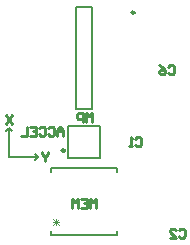
<source format=gbo>
G04*
G04 #@! TF.GenerationSoftware,Altium Limited,Altium Designer,22.7.1 (60)*
G04*
G04 Layer_Color=32896*
%FSLAX24Y24*%
%MOIN*%
G70*
G04*
G04 #@! TF.SameCoordinates,277468EA-A594-40E7-B2BE-35E06897B6AD*
G04*
G04*
G04 #@! TF.FilePolarity,Positive*
G04*
G01*
G75*
%ADD10C,0.0079*%
%ADD11C,0.0098*%
%ADD12C,0.0050*%
%ADD13C,0.0060*%
%ADD15C,0.0100*%
%ADD16C,0.0030*%
D10*
X10267Y11097D02*
Y14503D01*
X9733Y11097D02*
X10267D01*
X9733D02*
Y14503D01*
X10267D01*
X9469Y9469D02*
Y10532D01*
X10532D01*
Y9469D02*
Y10532D01*
X9469Y9469D02*
X10532D01*
D11*
X11684Y14300D02*
G03*
X11684Y14300I-49J0D01*
G01*
X9360Y9705D02*
G03*
X9360Y9705I-49J0D01*
G01*
D12*
X7500Y9500D02*
X8450D01*
X7500D02*
Y10450D01*
X7400Y10350D02*
X7500Y10450D01*
X7600Y10350D01*
X8350Y9400D02*
X8450Y9500D01*
X8350Y9600D02*
X8450Y9500D01*
D13*
X8890Y8981D02*
Y9110D01*
Y6890D02*
Y7019D01*
Y6890D02*
X11110D01*
Y8981D02*
Y9110D01*
X8890D02*
X11110D01*
Y6890D02*
Y7019D01*
D15*
X7400Y10900D02*
X7600Y10600D01*
Y10900D02*
X7400Y10600D01*
X8600Y9650D02*
Y9600D01*
X8700Y9500D01*
X8800Y9600D01*
Y9650D01*
X8700Y9500D02*
Y9350D01*
X10400Y7800D02*
Y8100D01*
X10300Y8000D01*
X10200Y8100D01*
Y7800D01*
X9900Y8100D02*
X10100D01*
Y7800D01*
X9900D01*
X10100Y7950D02*
X10000D01*
X9800Y7800D02*
Y8100D01*
X9700Y8000D01*
X9600Y8100D01*
Y7800D01*
X10250Y10650D02*
Y10950D01*
X10150Y10850D01*
X10050Y10950D01*
Y10650D01*
X9950D02*
Y10950D01*
X9800D01*
X9750Y10900D01*
Y10800D01*
X9800Y10750D01*
X9950D01*
X9300Y10200D02*
Y10400D01*
X9200Y10500D01*
X9100Y10400D01*
Y10200D01*
Y10350D01*
X9300D01*
X8800Y10450D02*
X8850Y10500D01*
X8950D01*
X9000Y10450D01*
Y10250D01*
X8950Y10200D01*
X8850D01*
X8800Y10250D01*
X8500Y10450D02*
X8550Y10500D01*
X8650D01*
X8700Y10450D01*
Y10250D01*
X8650Y10200D01*
X8550D01*
X8500Y10250D01*
X8200Y10500D02*
X8400D01*
Y10200D01*
X8200D01*
X8400Y10350D02*
X8300D01*
X8100Y10500D02*
Y10200D01*
X7900D01*
X11700Y10100D02*
X11750Y10150D01*
X11850D01*
X11900Y10100D01*
Y9900D01*
X11850Y9850D01*
X11750D01*
X11700Y9900D01*
X11600Y9850D02*
X11500D01*
X11550D01*
Y10150D01*
X11600Y10100D01*
X13150Y7050D02*
X13200Y7100D01*
X13300D01*
X13350Y7050D01*
Y6850D01*
X13300Y6800D01*
X13200D01*
X13150Y6850D01*
X12850Y6800D02*
X13050D01*
X12850Y7000D01*
Y7050D01*
X12900Y7100D01*
X13000D01*
X13050Y7050D01*
X12800Y12500D02*
X12850Y12550D01*
X12950D01*
X13000Y12500D01*
Y12300D01*
X12950Y12250D01*
X12850D01*
X12800Y12300D01*
X12500Y12550D02*
X12600Y12500D01*
X12700Y12400D01*
Y12300D01*
X12650Y12250D01*
X12550D01*
X12500Y12300D01*
Y12350D01*
X12550Y12400D01*
X12700D01*
D16*
X8965Y7220D02*
X9165Y7420D01*
X8965D02*
X9165Y7220D01*
X8965Y7320D02*
X9165D01*
X9065Y7420D02*
Y7220D01*
M02*

</source>
